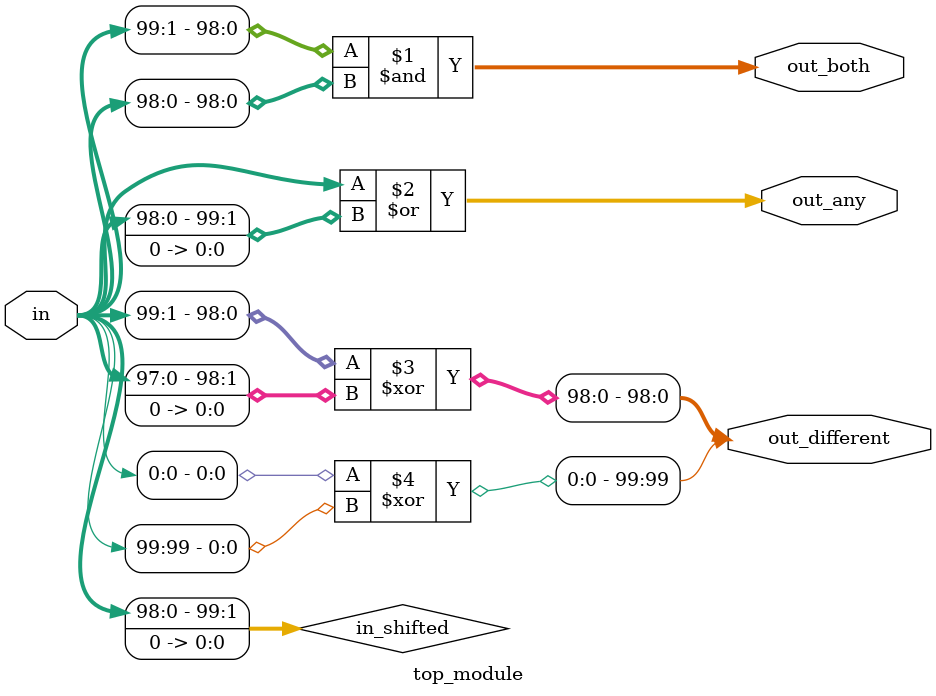
<source format=sv>
module top_module (
	input [99:0] in,
	output [98:0] out_both,
	output [99:0] out_any,
	output [99:0] out_different
);

    wire [99:0] in_shifted;
    assign in_shifted = {in[98:0], 1'b0};

    assign out_both = in[99:1] & in_shifted[99:1];
    assign out_any = in | in_shifted;
    assign out_different = {in[0] ^ in[99], in[99:1] ^ in_shifted[98:0]};

endmodule

</source>
